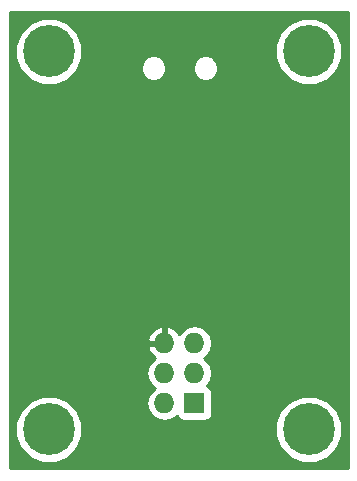
<source format=gbl>
G04 #@! TF.FileFunction,Copper,L2,Bot,Signal*
%FSLAX46Y46*%
G04 Gerber Fmt 4.6, Leading zero omitted, Abs format (unit mm)*
G04 Created by KiCad (PCBNEW 4.0.6) date Sunday, July 09, 2017 'PMt' 08:53:28 PM*
%MOMM*%
%LPD*%
G01*
G04 APERTURE LIST*
%ADD10C,0.100000*%
%ADD11C,4.400000*%
%ADD12C,0.600000*%
%ADD13R,1.727200X1.727200*%
%ADD14O,1.727200X1.727200*%
%ADD15C,0.254000*%
G04 APERTURE END LIST*
D10*
D11*
X101755000Y-73960000D03*
X79755000Y-73960000D03*
X101755000Y-41960000D03*
D12*
X96255000Y-55960000D03*
X97155000Y-40386000D03*
X97155000Y-45212000D03*
X84455000Y-45720000D03*
X84455000Y-40386000D03*
X93218000Y-51054000D03*
X93218000Y-54356000D03*
X92329000Y-55880000D03*
X90043000Y-55880000D03*
X92329000Y-48260000D03*
X90043000Y-48260000D03*
X87755000Y-63960000D03*
D13*
X92075000Y-71755000D03*
D14*
X89535000Y-71755000D03*
X92075000Y-69215000D03*
X89535000Y-69215000D03*
X92075000Y-66675000D03*
X89535000Y-66675000D03*
D11*
X79755000Y-41960000D03*
D15*
G36*
X105045000Y-77250000D02*
X76465000Y-77250000D01*
X76465000Y-74521442D01*
X76919509Y-74521442D01*
X77350202Y-75563801D01*
X78147005Y-76361995D01*
X79188610Y-76794507D01*
X80316442Y-76795491D01*
X81358801Y-76364798D01*
X82156995Y-75567995D01*
X82589507Y-74526390D01*
X82589511Y-74521442D01*
X98919509Y-74521442D01*
X99350202Y-75563801D01*
X100147005Y-76361995D01*
X101188610Y-76794507D01*
X102316442Y-76795491D01*
X103358801Y-76364798D01*
X104156995Y-75567995D01*
X104589507Y-74526390D01*
X104590491Y-73398558D01*
X104159798Y-72356199D01*
X103362995Y-71558005D01*
X102321390Y-71125493D01*
X101193558Y-71124509D01*
X100151199Y-71555202D01*
X99353005Y-72352005D01*
X98920493Y-73393610D01*
X98919509Y-74521442D01*
X82589511Y-74521442D01*
X82590491Y-73398558D01*
X82159798Y-72356199D01*
X81362995Y-71558005D01*
X80321390Y-71125493D01*
X79193558Y-71124509D01*
X78151199Y-71555202D01*
X77353005Y-72352005D01*
X76920493Y-73393610D01*
X76919509Y-74521442D01*
X76465000Y-74521442D01*
X76465000Y-69215000D01*
X88007041Y-69215000D01*
X88121115Y-69788489D01*
X88445971Y-70274670D01*
X88760752Y-70485000D01*
X88445971Y-70695330D01*
X88121115Y-71181511D01*
X88007041Y-71755000D01*
X88121115Y-72328489D01*
X88445971Y-72814670D01*
X88932152Y-73139526D01*
X89505641Y-73253600D01*
X89564359Y-73253600D01*
X90137848Y-73139526D01*
X90603442Y-72828426D01*
X90608238Y-72853917D01*
X90747310Y-73070041D01*
X90959510Y-73215031D01*
X91211400Y-73266040D01*
X92938600Y-73266040D01*
X93173917Y-73221762D01*
X93390041Y-73082690D01*
X93535031Y-72870490D01*
X93586040Y-72618600D01*
X93586040Y-70891400D01*
X93541762Y-70656083D01*
X93402690Y-70439959D01*
X93190490Y-70294969D01*
X93146869Y-70286136D01*
X93164029Y-70274670D01*
X93488885Y-69788489D01*
X93602959Y-69215000D01*
X93488885Y-68641511D01*
X93164029Y-68155330D01*
X92849248Y-67945000D01*
X93164029Y-67734670D01*
X93488885Y-67248489D01*
X93602959Y-66675000D01*
X93488885Y-66101511D01*
X93164029Y-65615330D01*
X92677848Y-65290474D01*
X92104359Y-65176400D01*
X92045641Y-65176400D01*
X91472152Y-65290474D01*
X90985971Y-65615330D01*
X90805008Y-65886161D01*
X90423490Y-65468179D01*
X89894027Y-65220032D01*
X89662000Y-65340531D01*
X89662000Y-66548000D01*
X89682000Y-66548000D01*
X89682000Y-66802000D01*
X89662000Y-66802000D01*
X89662000Y-66822000D01*
X89408000Y-66822000D01*
X89408000Y-66802000D01*
X88201183Y-66802000D01*
X88080042Y-67034026D01*
X88252312Y-67449947D01*
X88646510Y-67881821D01*
X88769228Y-67939336D01*
X88445971Y-68155330D01*
X88121115Y-68641511D01*
X88007041Y-69215000D01*
X76465000Y-69215000D01*
X76465000Y-66315974D01*
X88080042Y-66315974D01*
X88201183Y-66548000D01*
X89408000Y-66548000D01*
X89408000Y-65340531D01*
X89175973Y-65220032D01*
X88646510Y-65468179D01*
X88252312Y-65900053D01*
X88080042Y-66315974D01*
X76465000Y-66315974D01*
X76465000Y-42521442D01*
X76919509Y-42521442D01*
X77350202Y-43563801D01*
X78147005Y-44361995D01*
X79188610Y-44794507D01*
X80316442Y-44795491D01*
X81358801Y-44364798D01*
X82114225Y-43610690D01*
X87520592Y-43610690D01*
X87685362Y-44009463D01*
X87990193Y-44314826D01*
X88388677Y-44480291D01*
X88820150Y-44480668D01*
X89218923Y-44315898D01*
X89524286Y-44011067D01*
X89689751Y-43612583D01*
X89689752Y-43610690D01*
X91919872Y-43610690D01*
X92084642Y-44009463D01*
X92389473Y-44314826D01*
X92787957Y-44480291D01*
X93219430Y-44480668D01*
X93618203Y-44315898D01*
X93923566Y-44011067D01*
X94089031Y-43612583D01*
X94089408Y-43181110D01*
X93924638Y-42782337D01*
X93664198Y-42521442D01*
X98919509Y-42521442D01*
X99350202Y-43563801D01*
X100147005Y-44361995D01*
X101188610Y-44794507D01*
X102316442Y-44795491D01*
X103358801Y-44364798D01*
X104156995Y-43567995D01*
X104589507Y-42526390D01*
X104590491Y-41398558D01*
X104159798Y-40356199D01*
X103362995Y-39558005D01*
X102321390Y-39125493D01*
X101193558Y-39124509D01*
X100151199Y-39555202D01*
X99353005Y-40352005D01*
X98920493Y-41393610D01*
X98919509Y-42521442D01*
X93664198Y-42521442D01*
X93619807Y-42476974D01*
X93221323Y-42311509D01*
X92789850Y-42311132D01*
X92391077Y-42475902D01*
X92085714Y-42780733D01*
X91920249Y-43179217D01*
X91919872Y-43610690D01*
X89689752Y-43610690D01*
X89690128Y-43181110D01*
X89525358Y-42782337D01*
X89220527Y-42476974D01*
X88822043Y-42311509D01*
X88390570Y-42311132D01*
X87991797Y-42475902D01*
X87686434Y-42780733D01*
X87520969Y-43179217D01*
X87520592Y-43610690D01*
X82114225Y-43610690D01*
X82156995Y-43567995D01*
X82589507Y-42526390D01*
X82590491Y-41398558D01*
X82159798Y-40356199D01*
X81362995Y-39558005D01*
X80321390Y-39125493D01*
X79193558Y-39124509D01*
X78151199Y-39555202D01*
X77353005Y-40352005D01*
X76920493Y-41393610D01*
X76919509Y-42521442D01*
X76465000Y-42521442D01*
X76465000Y-38670000D01*
X105045000Y-38670000D01*
X105045000Y-77250000D01*
X105045000Y-77250000D01*
G37*
X105045000Y-77250000D02*
X76465000Y-77250000D01*
X76465000Y-74521442D01*
X76919509Y-74521442D01*
X77350202Y-75563801D01*
X78147005Y-76361995D01*
X79188610Y-76794507D01*
X80316442Y-76795491D01*
X81358801Y-76364798D01*
X82156995Y-75567995D01*
X82589507Y-74526390D01*
X82589511Y-74521442D01*
X98919509Y-74521442D01*
X99350202Y-75563801D01*
X100147005Y-76361995D01*
X101188610Y-76794507D01*
X102316442Y-76795491D01*
X103358801Y-76364798D01*
X104156995Y-75567995D01*
X104589507Y-74526390D01*
X104590491Y-73398558D01*
X104159798Y-72356199D01*
X103362995Y-71558005D01*
X102321390Y-71125493D01*
X101193558Y-71124509D01*
X100151199Y-71555202D01*
X99353005Y-72352005D01*
X98920493Y-73393610D01*
X98919509Y-74521442D01*
X82589511Y-74521442D01*
X82590491Y-73398558D01*
X82159798Y-72356199D01*
X81362995Y-71558005D01*
X80321390Y-71125493D01*
X79193558Y-71124509D01*
X78151199Y-71555202D01*
X77353005Y-72352005D01*
X76920493Y-73393610D01*
X76919509Y-74521442D01*
X76465000Y-74521442D01*
X76465000Y-69215000D01*
X88007041Y-69215000D01*
X88121115Y-69788489D01*
X88445971Y-70274670D01*
X88760752Y-70485000D01*
X88445971Y-70695330D01*
X88121115Y-71181511D01*
X88007041Y-71755000D01*
X88121115Y-72328489D01*
X88445971Y-72814670D01*
X88932152Y-73139526D01*
X89505641Y-73253600D01*
X89564359Y-73253600D01*
X90137848Y-73139526D01*
X90603442Y-72828426D01*
X90608238Y-72853917D01*
X90747310Y-73070041D01*
X90959510Y-73215031D01*
X91211400Y-73266040D01*
X92938600Y-73266040D01*
X93173917Y-73221762D01*
X93390041Y-73082690D01*
X93535031Y-72870490D01*
X93586040Y-72618600D01*
X93586040Y-70891400D01*
X93541762Y-70656083D01*
X93402690Y-70439959D01*
X93190490Y-70294969D01*
X93146869Y-70286136D01*
X93164029Y-70274670D01*
X93488885Y-69788489D01*
X93602959Y-69215000D01*
X93488885Y-68641511D01*
X93164029Y-68155330D01*
X92849248Y-67945000D01*
X93164029Y-67734670D01*
X93488885Y-67248489D01*
X93602959Y-66675000D01*
X93488885Y-66101511D01*
X93164029Y-65615330D01*
X92677848Y-65290474D01*
X92104359Y-65176400D01*
X92045641Y-65176400D01*
X91472152Y-65290474D01*
X90985971Y-65615330D01*
X90805008Y-65886161D01*
X90423490Y-65468179D01*
X89894027Y-65220032D01*
X89662000Y-65340531D01*
X89662000Y-66548000D01*
X89682000Y-66548000D01*
X89682000Y-66802000D01*
X89662000Y-66802000D01*
X89662000Y-66822000D01*
X89408000Y-66822000D01*
X89408000Y-66802000D01*
X88201183Y-66802000D01*
X88080042Y-67034026D01*
X88252312Y-67449947D01*
X88646510Y-67881821D01*
X88769228Y-67939336D01*
X88445971Y-68155330D01*
X88121115Y-68641511D01*
X88007041Y-69215000D01*
X76465000Y-69215000D01*
X76465000Y-66315974D01*
X88080042Y-66315974D01*
X88201183Y-66548000D01*
X89408000Y-66548000D01*
X89408000Y-65340531D01*
X89175973Y-65220032D01*
X88646510Y-65468179D01*
X88252312Y-65900053D01*
X88080042Y-66315974D01*
X76465000Y-66315974D01*
X76465000Y-42521442D01*
X76919509Y-42521442D01*
X77350202Y-43563801D01*
X78147005Y-44361995D01*
X79188610Y-44794507D01*
X80316442Y-44795491D01*
X81358801Y-44364798D01*
X82114225Y-43610690D01*
X87520592Y-43610690D01*
X87685362Y-44009463D01*
X87990193Y-44314826D01*
X88388677Y-44480291D01*
X88820150Y-44480668D01*
X89218923Y-44315898D01*
X89524286Y-44011067D01*
X89689751Y-43612583D01*
X89689752Y-43610690D01*
X91919872Y-43610690D01*
X92084642Y-44009463D01*
X92389473Y-44314826D01*
X92787957Y-44480291D01*
X93219430Y-44480668D01*
X93618203Y-44315898D01*
X93923566Y-44011067D01*
X94089031Y-43612583D01*
X94089408Y-43181110D01*
X93924638Y-42782337D01*
X93664198Y-42521442D01*
X98919509Y-42521442D01*
X99350202Y-43563801D01*
X100147005Y-44361995D01*
X101188610Y-44794507D01*
X102316442Y-44795491D01*
X103358801Y-44364798D01*
X104156995Y-43567995D01*
X104589507Y-42526390D01*
X104590491Y-41398558D01*
X104159798Y-40356199D01*
X103362995Y-39558005D01*
X102321390Y-39125493D01*
X101193558Y-39124509D01*
X100151199Y-39555202D01*
X99353005Y-40352005D01*
X98920493Y-41393610D01*
X98919509Y-42521442D01*
X93664198Y-42521442D01*
X93619807Y-42476974D01*
X93221323Y-42311509D01*
X92789850Y-42311132D01*
X92391077Y-42475902D01*
X92085714Y-42780733D01*
X91920249Y-43179217D01*
X91919872Y-43610690D01*
X89689752Y-43610690D01*
X89690128Y-43181110D01*
X89525358Y-42782337D01*
X89220527Y-42476974D01*
X88822043Y-42311509D01*
X88390570Y-42311132D01*
X87991797Y-42475902D01*
X87686434Y-42780733D01*
X87520969Y-43179217D01*
X87520592Y-43610690D01*
X82114225Y-43610690D01*
X82156995Y-43567995D01*
X82589507Y-42526390D01*
X82590491Y-41398558D01*
X82159798Y-40356199D01*
X81362995Y-39558005D01*
X80321390Y-39125493D01*
X79193558Y-39124509D01*
X78151199Y-39555202D01*
X77353005Y-40352005D01*
X76920493Y-41393610D01*
X76919509Y-42521442D01*
X76465000Y-42521442D01*
X76465000Y-38670000D01*
X105045000Y-38670000D01*
X105045000Y-77250000D01*
M02*

</source>
